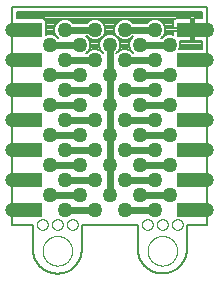
<source format=gtl>
G75*
%MOIN*%
%OFA0B0*%
%FSLAX25Y25*%
%IPPOS*%
%LPD*%
%AMOC8*
5,1,8,0,0,1.08239X$1,22.5*
%
%ADD10C,0.00500*%
%ADD11C,0.00000*%
%ADD12C,0.02400*%
%ADD13R,0.10000X0.05000*%
%ADD14C,0.00800*%
%ADD15C,0.05000*%
%ADD16C,0.04724*%
D10*
X0011925Y0010080D02*
X0011925Y0017580D01*
X0005050Y0017580D01*
X0005050Y0090041D01*
X0005050Y0090080D02*
X0070001Y0090080D01*
X0070050Y0090080D02*
X0070050Y0073830D01*
X0070001Y0017580D01*
X0063175Y0017580D01*
X0063175Y0008830D01*
X0063157Y0008632D01*
X0063135Y0008435D01*
X0063108Y0008239D01*
X0063076Y0008043D01*
X0063039Y0007848D01*
X0062997Y0007654D01*
X0062951Y0007461D01*
X0062900Y0007269D01*
X0062845Y0007078D01*
X0062785Y0006889D01*
X0062720Y0006702D01*
X0062650Y0006516D01*
X0062577Y0006331D01*
X0062498Y0006149D01*
X0062416Y0005969D01*
X0062329Y0005790D01*
X0062237Y0005614D01*
X0062141Y0005440D01*
X0062042Y0005269D01*
X0061938Y0005100D01*
X0061830Y0004933D01*
X0061717Y0004770D01*
X0061601Y0004609D01*
X0061481Y0004451D01*
X0061358Y0004296D01*
X0061230Y0004143D01*
X0061099Y0003995D01*
X0060964Y0003849D01*
X0060826Y0003706D01*
X0060684Y0003568D01*
X0060539Y0003432D01*
X0060391Y0003300D01*
X0060239Y0003172D01*
X0060085Y0003047D01*
X0059927Y0002927D01*
X0059767Y0002810D01*
X0059604Y0002697D01*
X0059438Y0002588D01*
X0059269Y0002483D01*
X0059098Y0002383D01*
X0058925Y0002286D01*
X0058749Y0002194D01*
X0058571Y0002106D01*
X0058391Y0002022D01*
X0058209Y0001943D01*
X0058025Y0001869D01*
X0057840Y0001798D01*
X0057653Y0001733D01*
X0057464Y0001672D01*
X0057273Y0001615D01*
X0057082Y0001563D01*
X0056889Y0001516D01*
X0056695Y0001474D01*
X0056500Y0001436D01*
X0056305Y0001403D01*
X0056108Y0001375D01*
X0055911Y0001352D01*
X0055714Y0001333D01*
X0055516Y0001319D01*
X0055317Y0001310D01*
X0055119Y0001306D01*
X0054921Y0001307D01*
X0054722Y0001313D01*
X0054524Y0001323D01*
X0054326Y0001338D01*
X0054129Y0001358D01*
X0053932Y0001383D01*
X0053736Y0001413D01*
X0053540Y0001447D01*
X0053346Y0001486D01*
X0053152Y0001530D01*
X0052960Y0001579D01*
X0052768Y0001632D01*
X0052579Y0001690D01*
X0052390Y0001752D01*
X0052203Y0001819D01*
X0052018Y0001891D01*
X0051835Y0001967D01*
X0051654Y0002047D01*
X0051474Y0002132D01*
X0051297Y0002222D01*
X0051122Y0002315D01*
X0050949Y0002413D01*
X0050779Y0002515D01*
X0050611Y0002621D01*
X0050446Y0002731D01*
X0050284Y0002845D01*
X0050124Y0002963D01*
X0049968Y0003085D01*
X0049814Y0003211D01*
X0049664Y0003340D01*
X0049516Y0003473D01*
X0049372Y0003610D01*
X0049232Y0003750D01*
X0049094Y0003893D01*
X0048961Y0004040D01*
X0048831Y0004189D01*
X0048704Y0004342D01*
X0048582Y0004499D01*
X0048463Y0004657D01*
X0048348Y0004819D01*
X0048237Y0004984D01*
X0048130Y0005151D01*
X0048028Y0005321D01*
X0047929Y0005493D01*
X0047835Y0005668D01*
X0047744Y0005845D01*
X0047659Y0006024D01*
X0047577Y0006205D01*
X0047500Y0006387D01*
X0047428Y0006572D01*
X0047360Y0006759D01*
X0047297Y0006947D01*
X0047238Y0007136D01*
X0047184Y0007327D01*
X0047134Y0007519D01*
X0047089Y0007713D01*
X0047049Y0007907D01*
X0047014Y0008102D01*
X0046983Y0008298D01*
X0046958Y0008495D01*
X0046937Y0008693D01*
X0046921Y0008890D01*
X0046909Y0009088D01*
X0046903Y0009287D01*
X0046901Y0009485D01*
X0046904Y0009684D01*
X0046912Y0009882D01*
X0046925Y0010080D01*
X0046925Y0017580D01*
X0028175Y0017580D01*
X0028175Y0010080D01*
X0028189Y0009881D01*
X0028198Y0009681D01*
X0028203Y0009482D01*
X0028202Y0009282D01*
X0028197Y0009082D01*
X0028186Y0008883D01*
X0028171Y0008683D01*
X0028151Y0008485D01*
X0028126Y0008286D01*
X0028096Y0008089D01*
X0028062Y0007892D01*
X0028022Y0007696D01*
X0027978Y0007502D01*
X0027929Y0007308D01*
X0027875Y0007115D01*
X0027817Y0006924D01*
X0027754Y0006735D01*
X0027686Y0006547D01*
X0027614Y0006361D01*
X0027537Y0006176D01*
X0027456Y0005994D01*
X0027370Y0005813D01*
X0027280Y0005635D01*
X0027186Y0005459D01*
X0027087Y0005285D01*
X0026984Y0005114D01*
X0026877Y0004946D01*
X0026765Y0004780D01*
X0026650Y0004617D01*
X0026531Y0004456D01*
X0026408Y0004299D01*
X0026281Y0004145D01*
X0026150Y0003994D01*
X0026016Y0003846D01*
X0025878Y0003701D01*
X0025736Y0003560D01*
X0025591Y0003423D01*
X0025443Y0003289D01*
X0025292Y0003158D01*
X0025137Y0003032D01*
X0024980Y0002909D01*
X0024819Y0002790D01*
X0024656Y0002676D01*
X0024489Y0002565D01*
X0024321Y0002458D01*
X0024149Y0002355D01*
X0023975Y0002257D01*
X0023799Y0002163D01*
X0023620Y0002073D01*
X0023440Y0001988D01*
X0023257Y0001907D01*
X0023073Y0001831D01*
X0022886Y0001759D01*
X0022698Y0001692D01*
X0022508Y0001629D01*
X0022317Y0001572D01*
X0022125Y0001518D01*
X0021931Y0001470D01*
X0021736Y0001426D01*
X0021540Y0001387D01*
X0021343Y0001353D01*
X0021145Y0001324D01*
X0020947Y0001300D01*
X0020748Y0001280D01*
X0020549Y0001265D01*
X0020350Y0001256D01*
X0020150Y0001251D01*
X0019950Y0001251D01*
X0019750Y0001256D01*
X0019551Y0001265D01*
X0019352Y0001280D01*
X0019153Y0001300D01*
X0018955Y0001324D01*
X0018757Y0001353D01*
X0018560Y0001387D01*
X0018364Y0001426D01*
X0018169Y0001470D01*
X0017975Y0001518D01*
X0017783Y0001572D01*
X0017592Y0001629D01*
X0017402Y0001692D01*
X0017214Y0001759D01*
X0017027Y0001831D01*
X0016843Y0001907D01*
X0016660Y0001988D01*
X0016480Y0002073D01*
X0016301Y0002163D01*
X0016125Y0002257D01*
X0015951Y0002355D01*
X0015779Y0002458D01*
X0015611Y0002565D01*
X0015444Y0002676D01*
X0015281Y0002790D01*
X0015120Y0002909D01*
X0014963Y0003032D01*
X0014808Y0003158D01*
X0014657Y0003289D01*
X0014509Y0003423D01*
X0014364Y0003560D01*
X0014222Y0003701D01*
X0014084Y0003846D01*
X0013950Y0003994D01*
X0013819Y0004145D01*
X0013692Y0004299D01*
X0013569Y0004456D01*
X0013450Y0004617D01*
X0013335Y0004780D01*
X0013223Y0004946D01*
X0013116Y0005114D01*
X0013013Y0005285D01*
X0012914Y0005459D01*
X0012820Y0005635D01*
X0012730Y0005813D01*
X0012644Y0005994D01*
X0012563Y0006176D01*
X0012486Y0006361D01*
X0012414Y0006547D01*
X0012346Y0006735D01*
X0012283Y0006924D01*
X0012225Y0007115D01*
X0012171Y0007308D01*
X0012122Y0007502D01*
X0012078Y0007696D01*
X0012038Y0007892D01*
X0012004Y0008089D01*
X0011974Y0008286D01*
X0011949Y0008485D01*
X0011929Y0008683D01*
X0011914Y0008883D01*
X0011903Y0009082D01*
X0011898Y0009282D01*
X0011897Y0009482D01*
X0011902Y0009681D01*
X0011911Y0009881D01*
X0011925Y0010080D01*
D11*
X0013278Y0017580D02*
X0013280Y0017664D01*
X0013286Y0017747D01*
X0013296Y0017830D01*
X0013310Y0017913D01*
X0013327Y0017995D01*
X0013349Y0018076D01*
X0013374Y0018155D01*
X0013403Y0018234D01*
X0013436Y0018311D01*
X0013472Y0018386D01*
X0013512Y0018460D01*
X0013555Y0018532D01*
X0013602Y0018601D01*
X0013652Y0018668D01*
X0013705Y0018733D01*
X0013761Y0018795D01*
X0013819Y0018855D01*
X0013881Y0018912D01*
X0013945Y0018965D01*
X0014012Y0019016D01*
X0014081Y0019063D01*
X0014152Y0019108D01*
X0014225Y0019148D01*
X0014300Y0019185D01*
X0014377Y0019219D01*
X0014455Y0019249D01*
X0014534Y0019275D01*
X0014615Y0019298D01*
X0014697Y0019316D01*
X0014779Y0019331D01*
X0014862Y0019342D01*
X0014945Y0019349D01*
X0015029Y0019352D01*
X0015113Y0019351D01*
X0015196Y0019346D01*
X0015280Y0019337D01*
X0015362Y0019324D01*
X0015444Y0019308D01*
X0015525Y0019287D01*
X0015606Y0019263D01*
X0015684Y0019235D01*
X0015762Y0019203D01*
X0015838Y0019167D01*
X0015912Y0019128D01*
X0015984Y0019086D01*
X0016054Y0019040D01*
X0016122Y0018991D01*
X0016187Y0018939D01*
X0016250Y0018884D01*
X0016310Y0018826D01*
X0016368Y0018765D01*
X0016422Y0018701D01*
X0016474Y0018635D01*
X0016522Y0018567D01*
X0016567Y0018496D01*
X0016608Y0018423D01*
X0016647Y0018349D01*
X0016681Y0018273D01*
X0016712Y0018195D01*
X0016739Y0018116D01*
X0016763Y0018035D01*
X0016782Y0017954D01*
X0016798Y0017872D01*
X0016810Y0017789D01*
X0016818Y0017705D01*
X0016822Y0017622D01*
X0016822Y0017538D01*
X0016818Y0017455D01*
X0016810Y0017371D01*
X0016798Y0017288D01*
X0016782Y0017206D01*
X0016763Y0017125D01*
X0016739Y0017044D01*
X0016712Y0016965D01*
X0016681Y0016887D01*
X0016647Y0016811D01*
X0016608Y0016737D01*
X0016567Y0016664D01*
X0016522Y0016593D01*
X0016474Y0016525D01*
X0016422Y0016459D01*
X0016368Y0016395D01*
X0016310Y0016334D01*
X0016250Y0016276D01*
X0016187Y0016221D01*
X0016122Y0016169D01*
X0016054Y0016120D01*
X0015984Y0016074D01*
X0015912Y0016032D01*
X0015838Y0015993D01*
X0015762Y0015957D01*
X0015684Y0015925D01*
X0015606Y0015897D01*
X0015525Y0015873D01*
X0015444Y0015852D01*
X0015362Y0015836D01*
X0015280Y0015823D01*
X0015196Y0015814D01*
X0015113Y0015809D01*
X0015029Y0015808D01*
X0014945Y0015811D01*
X0014862Y0015818D01*
X0014779Y0015829D01*
X0014697Y0015844D01*
X0014615Y0015862D01*
X0014534Y0015885D01*
X0014455Y0015911D01*
X0014377Y0015941D01*
X0014300Y0015975D01*
X0014225Y0016012D01*
X0014152Y0016052D01*
X0014081Y0016097D01*
X0014012Y0016144D01*
X0013945Y0016195D01*
X0013881Y0016248D01*
X0013819Y0016305D01*
X0013761Y0016365D01*
X0013705Y0016427D01*
X0013652Y0016492D01*
X0013602Y0016559D01*
X0013555Y0016628D01*
X0013512Y0016700D01*
X0013472Y0016774D01*
X0013436Y0016849D01*
X0013403Y0016926D01*
X0013374Y0017005D01*
X0013349Y0017084D01*
X0013327Y0017165D01*
X0013310Y0017247D01*
X0013296Y0017330D01*
X0013286Y0017413D01*
X0013280Y0017496D01*
X0013278Y0017580D01*
X0018278Y0017580D02*
X0018280Y0017664D01*
X0018286Y0017747D01*
X0018296Y0017830D01*
X0018310Y0017913D01*
X0018327Y0017995D01*
X0018349Y0018076D01*
X0018374Y0018155D01*
X0018403Y0018234D01*
X0018436Y0018311D01*
X0018472Y0018386D01*
X0018512Y0018460D01*
X0018555Y0018532D01*
X0018602Y0018601D01*
X0018652Y0018668D01*
X0018705Y0018733D01*
X0018761Y0018795D01*
X0018819Y0018855D01*
X0018881Y0018912D01*
X0018945Y0018965D01*
X0019012Y0019016D01*
X0019081Y0019063D01*
X0019152Y0019108D01*
X0019225Y0019148D01*
X0019300Y0019185D01*
X0019377Y0019219D01*
X0019455Y0019249D01*
X0019534Y0019275D01*
X0019615Y0019298D01*
X0019697Y0019316D01*
X0019779Y0019331D01*
X0019862Y0019342D01*
X0019945Y0019349D01*
X0020029Y0019352D01*
X0020113Y0019351D01*
X0020196Y0019346D01*
X0020280Y0019337D01*
X0020362Y0019324D01*
X0020444Y0019308D01*
X0020525Y0019287D01*
X0020606Y0019263D01*
X0020684Y0019235D01*
X0020762Y0019203D01*
X0020838Y0019167D01*
X0020912Y0019128D01*
X0020984Y0019086D01*
X0021054Y0019040D01*
X0021122Y0018991D01*
X0021187Y0018939D01*
X0021250Y0018884D01*
X0021310Y0018826D01*
X0021368Y0018765D01*
X0021422Y0018701D01*
X0021474Y0018635D01*
X0021522Y0018567D01*
X0021567Y0018496D01*
X0021608Y0018423D01*
X0021647Y0018349D01*
X0021681Y0018273D01*
X0021712Y0018195D01*
X0021739Y0018116D01*
X0021763Y0018035D01*
X0021782Y0017954D01*
X0021798Y0017872D01*
X0021810Y0017789D01*
X0021818Y0017705D01*
X0021822Y0017622D01*
X0021822Y0017538D01*
X0021818Y0017455D01*
X0021810Y0017371D01*
X0021798Y0017288D01*
X0021782Y0017206D01*
X0021763Y0017125D01*
X0021739Y0017044D01*
X0021712Y0016965D01*
X0021681Y0016887D01*
X0021647Y0016811D01*
X0021608Y0016737D01*
X0021567Y0016664D01*
X0021522Y0016593D01*
X0021474Y0016525D01*
X0021422Y0016459D01*
X0021368Y0016395D01*
X0021310Y0016334D01*
X0021250Y0016276D01*
X0021187Y0016221D01*
X0021122Y0016169D01*
X0021054Y0016120D01*
X0020984Y0016074D01*
X0020912Y0016032D01*
X0020838Y0015993D01*
X0020762Y0015957D01*
X0020684Y0015925D01*
X0020606Y0015897D01*
X0020525Y0015873D01*
X0020444Y0015852D01*
X0020362Y0015836D01*
X0020280Y0015823D01*
X0020196Y0015814D01*
X0020113Y0015809D01*
X0020029Y0015808D01*
X0019945Y0015811D01*
X0019862Y0015818D01*
X0019779Y0015829D01*
X0019697Y0015844D01*
X0019615Y0015862D01*
X0019534Y0015885D01*
X0019455Y0015911D01*
X0019377Y0015941D01*
X0019300Y0015975D01*
X0019225Y0016012D01*
X0019152Y0016052D01*
X0019081Y0016097D01*
X0019012Y0016144D01*
X0018945Y0016195D01*
X0018881Y0016248D01*
X0018819Y0016305D01*
X0018761Y0016365D01*
X0018705Y0016427D01*
X0018652Y0016492D01*
X0018602Y0016559D01*
X0018555Y0016628D01*
X0018512Y0016700D01*
X0018472Y0016774D01*
X0018436Y0016849D01*
X0018403Y0016926D01*
X0018374Y0017005D01*
X0018349Y0017084D01*
X0018327Y0017165D01*
X0018310Y0017247D01*
X0018296Y0017330D01*
X0018286Y0017413D01*
X0018280Y0017496D01*
X0018278Y0017580D01*
X0023278Y0017580D02*
X0023280Y0017664D01*
X0023286Y0017747D01*
X0023296Y0017830D01*
X0023310Y0017913D01*
X0023327Y0017995D01*
X0023349Y0018076D01*
X0023374Y0018155D01*
X0023403Y0018234D01*
X0023436Y0018311D01*
X0023472Y0018386D01*
X0023512Y0018460D01*
X0023555Y0018532D01*
X0023602Y0018601D01*
X0023652Y0018668D01*
X0023705Y0018733D01*
X0023761Y0018795D01*
X0023819Y0018855D01*
X0023881Y0018912D01*
X0023945Y0018965D01*
X0024012Y0019016D01*
X0024081Y0019063D01*
X0024152Y0019108D01*
X0024225Y0019148D01*
X0024300Y0019185D01*
X0024377Y0019219D01*
X0024455Y0019249D01*
X0024534Y0019275D01*
X0024615Y0019298D01*
X0024697Y0019316D01*
X0024779Y0019331D01*
X0024862Y0019342D01*
X0024945Y0019349D01*
X0025029Y0019352D01*
X0025113Y0019351D01*
X0025196Y0019346D01*
X0025280Y0019337D01*
X0025362Y0019324D01*
X0025444Y0019308D01*
X0025525Y0019287D01*
X0025606Y0019263D01*
X0025684Y0019235D01*
X0025762Y0019203D01*
X0025838Y0019167D01*
X0025912Y0019128D01*
X0025984Y0019086D01*
X0026054Y0019040D01*
X0026122Y0018991D01*
X0026187Y0018939D01*
X0026250Y0018884D01*
X0026310Y0018826D01*
X0026368Y0018765D01*
X0026422Y0018701D01*
X0026474Y0018635D01*
X0026522Y0018567D01*
X0026567Y0018496D01*
X0026608Y0018423D01*
X0026647Y0018349D01*
X0026681Y0018273D01*
X0026712Y0018195D01*
X0026739Y0018116D01*
X0026763Y0018035D01*
X0026782Y0017954D01*
X0026798Y0017872D01*
X0026810Y0017789D01*
X0026818Y0017705D01*
X0026822Y0017622D01*
X0026822Y0017538D01*
X0026818Y0017455D01*
X0026810Y0017371D01*
X0026798Y0017288D01*
X0026782Y0017206D01*
X0026763Y0017125D01*
X0026739Y0017044D01*
X0026712Y0016965D01*
X0026681Y0016887D01*
X0026647Y0016811D01*
X0026608Y0016737D01*
X0026567Y0016664D01*
X0026522Y0016593D01*
X0026474Y0016525D01*
X0026422Y0016459D01*
X0026368Y0016395D01*
X0026310Y0016334D01*
X0026250Y0016276D01*
X0026187Y0016221D01*
X0026122Y0016169D01*
X0026054Y0016120D01*
X0025984Y0016074D01*
X0025912Y0016032D01*
X0025838Y0015993D01*
X0025762Y0015957D01*
X0025684Y0015925D01*
X0025606Y0015897D01*
X0025525Y0015873D01*
X0025444Y0015852D01*
X0025362Y0015836D01*
X0025280Y0015823D01*
X0025196Y0015814D01*
X0025113Y0015809D01*
X0025029Y0015808D01*
X0024945Y0015811D01*
X0024862Y0015818D01*
X0024779Y0015829D01*
X0024697Y0015844D01*
X0024615Y0015862D01*
X0024534Y0015885D01*
X0024455Y0015911D01*
X0024377Y0015941D01*
X0024300Y0015975D01*
X0024225Y0016012D01*
X0024152Y0016052D01*
X0024081Y0016097D01*
X0024012Y0016144D01*
X0023945Y0016195D01*
X0023881Y0016248D01*
X0023819Y0016305D01*
X0023761Y0016365D01*
X0023705Y0016427D01*
X0023652Y0016492D01*
X0023602Y0016559D01*
X0023555Y0016628D01*
X0023512Y0016700D01*
X0023472Y0016774D01*
X0023436Y0016849D01*
X0023403Y0016926D01*
X0023374Y0017005D01*
X0023349Y0017084D01*
X0023327Y0017165D01*
X0023310Y0017247D01*
X0023296Y0017330D01*
X0023286Y0017413D01*
X0023280Y0017496D01*
X0023278Y0017580D01*
X0015129Y0008830D02*
X0015131Y0008970D01*
X0015137Y0009110D01*
X0015147Y0009249D01*
X0015161Y0009388D01*
X0015179Y0009527D01*
X0015200Y0009665D01*
X0015226Y0009803D01*
X0015256Y0009940D01*
X0015289Y0010075D01*
X0015327Y0010210D01*
X0015368Y0010344D01*
X0015413Y0010477D01*
X0015461Y0010608D01*
X0015514Y0010737D01*
X0015570Y0010866D01*
X0015629Y0010992D01*
X0015693Y0011117D01*
X0015759Y0011240D01*
X0015830Y0011361D01*
X0015903Y0011480D01*
X0015980Y0011597D01*
X0016061Y0011711D01*
X0016144Y0011823D01*
X0016231Y0011933D01*
X0016321Y0012041D01*
X0016413Y0012145D01*
X0016509Y0012247D01*
X0016608Y0012347D01*
X0016709Y0012443D01*
X0016813Y0012537D01*
X0016920Y0012627D01*
X0017029Y0012714D01*
X0017141Y0012799D01*
X0017255Y0012880D01*
X0017371Y0012958D01*
X0017489Y0013032D01*
X0017610Y0013103D01*
X0017732Y0013171D01*
X0017857Y0013235D01*
X0017983Y0013296D01*
X0018110Y0013353D01*
X0018240Y0013406D01*
X0018371Y0013456D01*
X0018503Y0013501D01*
X0018636Y0013544D01*
X0018771Y0013582D01*
X0018906Y0013616D01*
X0019043Y0013647D01*
X0019180Y0013674D01*
X0019318Y0013696D01*
X0019457Y0013715D01*
X0019596Y0013730D01*
X0019735Y0013741D01*
X0019875Y0013748D01*
X0020015Y0013751D01*
X0020155Y0013750D01*
X0020295Y0013745D01*
X0020434Y0013736D01*
X0020574Y0013723D01*
X0020713Y0013706D01*
X0020851Y0013685D01*
X0020989Y0013661D01*
X0021126Y0013632D01*
X0021262Y0013600D01*
X0021397Y0013563D01*
X0021531Y0013523D01*
X0021664Y0013479D01*
X0021795Y0013431D01*
X0021925Y0013380D01*
X0022054Y0013325D01*
X0022181Y0013266D01*
X0022306Y0013203D01*
X0022429Y0013138D01*
X0022551Y0013068D01*
X0022670Y0012995D01*
X0022788Y0012919D01*
X0022903Y0012840D01*
X0023016Y0012757D01*
X0023126Y0012671D01*
X0023234Y0012582D01*
X0023339Y0012490D01*
X0023442Y0012395D01*
X0023542Y0012297D01*
X0023639Y0012197D01*
X0023733Y0012093D01*
X0023825Y0011987D01*
X0023913Y0011879D01*
X0023998Y0011768D01*
X0024080Y0011654D01*
X0024159Y0011538D01*
X0024234Y0011421D01*
X0024306Y0011301D01*
X0024374Y0011179D01*
X0024439Y0011055D01*
X0024501Y0010929D01*
X0024559Y0010802D01*
X0024613Y0010673D01*
X0024664Y0010542D01*
X0024710Y0010410D01*
X0024753Y0010277D01*
X0024793Y0010143D01*
X0024828Y0010008D01*
X0024860Y0009871D01*
X0024887Y0009734D01*
X0024911Y0009596D01*
X0024931Y0009458D01*
X0024947Y0009319D01*
X0024959Y0009179D01*
X0024967Y0009040D01*
X0024971Y0008900D01*
X0024971Y0008760D01*
X0024967Y0008620D01*
X0024959Y0008481D01*
X0024947Y0008341D01*
X0024931Y0008202D01*
X0024911Y0008064D01*
X0024887Y0007926D01*
X0024860Y0007789D01*
X0024828Y0007652D01*
X0024793Y0007517D01*
X0024753Y0007383D01*
X0024710Y0007250D01*
X0024664Y0007118D01*
X0024613Y0006987D01*
X0024559Y0006858D01*
X0024501Y0006731D01*
X0024439Y0006605D01*
X0024374Y0006481D01*
X0024306Y0006359D01*
X0024234Y0006239D01*
X0024159Y0006122D01*
X0024080Y0006006D01*
X0023998Y0005892D01*
X0023913Y0005781D01*
X0023825Y0005673D01*
X0023733Y0005567D01*
X0023639Y0005463D01*
X0023542Y0005363D01*
X0023442Y0005265D01*
X0023339Y0005170D01*
X0023234Y0005078D01*
X0023126Y0004989D01*
X0023016Y0004903D01*
X0022903Y0004820D01*
X0022788Y0004741D01*
X0022670Y0004665D01*
X0022551Y0004592D01*
X0022429Y0004522D01*
X0022306Y0004457D01*
X0022181Y0004394D01*
X0022054Y0004335D01*
X0021925Y0004280D01*
X0021795Y0004229D01*
X0021664Y0004181D01*
X0021531Y0004137D01*
X0021397Y0004097D01*
X0021262Y0004060D01*
X0021126Y0004028D01*
X0020989Y0003999D01*
X0020851Y0003975D01*
X0020713Y0003954D01*
X0020574Y0003937D01*
X0020434Y0003924D01*
X0020295Y0003915D01*
X0020155Y0003910D01*
X0020015Y0003909D01*
X0019875Y0003912D01*
X0019735Y0003919D01*
X0019596Y0003930D01*
X0019457Y0003945D01*
X0019318Y0003964D01*
X0019180Y0003986D01*
X0019043Y0004013D01*
X0018906Y0004044D01*
X0018771Y0004078D01*
X0018636Y0004116D01*
X0018503Y0004159D01*
X0018371Y0004204D01*
X0018240Y0004254D01*
X0018110Y0004307D01*
X0017983Y0004364D01*
X0017857Y0004425D01*
X0017732Y0004489D01*
X0017610Y0004557D01*
X0017489Y0004628D01*
X0017371Y0004702D01*
X0017255Y0004780D01*
X0017141Y0004861D01*
X0017029Y0004946D01*
X0016920Y0005033D01*
X0016813Y0005123D01*
X0016709Y0005217D01*
X0016608Y0005313D01*
X0016509Y0005413D01*
X0016413Y0005515D01*
X0016321Y0005619D01*
X0016231Y0005727D01*
X0016144Y0005837D01*
X0016061Y0005949D01*
X0015980Y0006063D01*
X0015903Y0006180D01*
X0015830Y0006299D01*
X0015759Y0006420D01*
X0015693Y0006543D01*
X0015629Y0006668D01*
X0015570Y0006794D01*
X0015514Y0006923D01*
X0015461Y0007052D01*
X0015413Y0007183D01*
X0015368Y0007316D01*
X0015327Y0007450D01*
X0015289Y0007585D01*
X0015256Y0007720D01*
X0015226Y0007857D01*
X0015200Y0007995D01*
X0015179Y0008133D01*
X0015161Y0008272D01*
X0015147Y0008411D01*
X0015137Y0008550D01*
X0015131Y0008690D01*
X0015129Y0008830D01*
X0048278Y0017580D02*
X0048280Y0017664D01*
X0048286Y0017747D01*
X0048296Y0017830D01*
X0048310Y0017913D01*
X0048327Y0017995D01*
X0048349Y0018076D01*
X0048374Y0018155D01*
X0048403Y0018234D01*
X0048436Y0018311D01*
X0048472Y0018386D01*
X0048512Y0018460D01*
X0048555Y0018532D01*
X0048602Y0018601D01*
X0048652Y0018668D01*
X0048705Y0018733D01*
X0048761Y0018795D01*
X0048819Y0018855D01*
X0048881Y0018912D01*
X0048945Y0018965D01*
X0049012Y0019016D01*
X0049081Y0019063D01*
X0049152Y0019108D01*
X0049225Y0019148D01*
X0049300Y0019185D01*
X0049377Y0019219D01*
X0049455Y0019249D01*
X0049534Y0019275D01*
X0049615Y0019298D01*
X0049697Y0019316D01*
X0049779Y0019331D01*
X0049862Y0019342D01*
X0049945Y0019349D01*
X0050029Y0019352D01*
X0050113Y0019351D01*
X0050196Y0019346D01*
X0050280Y0019337D01*
X0050362Y0019324D01*
X0050444Y0019308D01*
X0050525Y0019287D01*
X0050606Y0019263D01*
X0050684Y0019235D01*
X0050762Y0019203D01*
X0050838Y0019167D01*
X0050912Y0019128D01*
X0050984Y0019086D01*
X0051054Y0019040D01*
X0051122Y0018991D01*
X0051187Y0018939D01*
X0051250Y0018884D01*
X0051310Y0018826D01*
X0051368Y0018765D01*
X0051422Y0018701D01*
X0051474Y0018635D01*
X0051522Y0018567D01*
X0051567Y0018496D01*
X0051608Y0018423D01*
X0051647Y0018349D01*
X0051681Y0018273D01*
X0051712Y0018195D01*
X0051739Y0018116D01*
X0051763Y0018035D01*
X0051782Y0017954D01*
X0051798Y0017872D01*
X0051810Y0017789D01*
X0051818Y0017705D01*
X0051822Y0017622D01*
X0051822Y0017538D01*
X0051818Y0017455D01*
X0051810Y0017371D01*
X0051798Y0017288D01*
X0051782Y0017206D01*
X0051763Y0017125D01*
X0051739Y0017044D01*
X0051712Y0016965D01*
X0051681Y0016887D01*
X0051647Y0016811D01*
X0051608Y0016737D01*
X0051567Y0016664D01*
X0051522Y0016593D01*
X0051474Y0016525D01*
X0051422Y0016459D01*
X0051368Y0016395D01*
X0051310Y0016334D01*
X0051250Y0016276D01*
X0051187Y0016221D01*
X0051122Y0016169D01*
X0051054Y0016120D01*
X0050984Y0016074D01*
X0050912Y0016032D01*
X0050838Y0015993D01*
X0050762Y0015957D01*
X0050684Y0015925D01*
X0050606Y0015897D01*
X0050525Y0015873D01*
X0050444Y0015852D01*
X0050362Y0015836D01*
X0050280Y0015823D01*
X0050196Y0015814D01*
X0050113Y0015809D01*
X0050029Y0015808D01*
X0049945Y0015811D01*
X0049862Y0015818D01*
X0049779Y0015829D01*
X0049697Y0015844D01*
X0049615Y0015862D01*
X0049534Y0015885D01*
X0049455Y0015911D01*
X0049377Y0015941D01*
X0049300Y0015975D01*
X0049225Y0016012D01*
X0049152Y0016052D01*
X0049081Y0016097D01*
X0049012Y0016144D01*
X0048945Y0016195D01*
X0048881Y0016248D01*
X0048819Y0016305D01*
X0048761Y0016365D01*
X0048705Y0016427D01*
X0048652Y0016492D01*
X0048602Y0016559D01*
X0048555Y0016628D01*
X0048512Y0016700D01*
X0048472Y0016774D01*
X0048436Y0016849D01*
X0048403Y0016926D01*
X0048374Y0017005D01*
X0048349Y0017084D01*
X0048327Y0017165D01*
X0048310Y0017247D01*
X0048296Y0017330D01*
X0048286Y0017413D01*
X0048280Y0017496D01*
X0048278Y0017580D01*
X0053278Y0017580D02*
X0053280Y0017664D01*
X0053286Y0017747D01*
X0053296Y0017830D01*
X0053310Y0017913D01*
X0053327Y0017995D01*
X0053349Y0018076D01*
X0053374Y0018155D01*
X0053403Y0018234D01*
X0053436Y0018311D01*
X0053472Y0018386D01*
X0053512Y0018460D01*
X0053555Y0018532D01*
X0053602Y0018601D01*
X0053652Y0018668D01*
X0053705Y0018733D01*
X0053761Y0018795D01*
X0053819Y0018855D01*
X0053881Y0018912D01*
X0053945Y0018965D01*
X0054012Y0019016D01*
X0054081Y0019063D01*
X0054152Y0019108D01*
X0054225Y0019148D01*
X0054300Y0019185D01*
X0054377Y0019219D01*
X0054455Y0019249D01*
X0054534Y0019275D01*
X0054615Y0019298D01*
X0054697Y0019316D01*
X0054779Y0019331D01*
X0054862Y0019342D01*
X0054945Y0019349D01*
X0055029Y0019352D01*
X0055113Y0019351D01*
X0055196Y0019346D01*
X0055280Y0019337D01*
X0055362Y0019324D01*
X0055444Y0019308D01*
X0055525Y0019287D01*
X0055606Y0019263D01*
X0055684Y0019235D01*
X0055762Y0019203D01*
X0055838Y0019167D01*
X0055912Y0019128D01*
X0055984Y0019086D01*
X0056054Y0019040D01*
X0056122Y0018991D01*
X0056187Y0018939D01*
X0056250Y0018884D01*
X0056310Y0018826D01*
X0056368Y0018765D01*
X0056422Y0018701D01*
X0056474Y0018635D01*
X0056522Y0018567D01*
X0056567Y0018496D01*
X0056608Y0018423D01*
X0056647Y0018349D01*
X0056681Y0018273D01*
X0056712Y0018195D01*
X0056739Y0018116D01*
X0056763Y0018035D01*
X0056782Y0017954D01*
X0056798Y0017872D01*
X0056810Y0017789D01*
X0056818Y0017705D01*
X0056822Y0017622D01*
X0056822Y0017538D01*
X0056818Y0017455D01*
X0056810Y0017371D01*
X0056798Y0017288D01*
X0056782Y0017206D01*
X0056763Y0017125D01*
X0056739Y0017044D01*
X0056712Y0016965D01*
X0056681Y0016887D01*
X0056647Y0016811D01*
X0056608Y0016737D01*
X0056567Y0016664D01*
X0056522Y0016593D01*
X0056474Y0016525D01*
X0056422Y0016459D01*
X0056368Y0016395D01*
X0056310Y0016334D01*
X0056250Y0016276D01*
X0056187Y0016221D01*
X0056122Y0016169D01*
X0056054Y0016120D01*
X0055984Y0016074D01*
X0055912Y0016032D01*
X0055838Y0015993D01*
X0055762Y0015957D01*
X0055684Y0015925D01*
X0055606Y0015897D01*
X0055525Y0015873D01*
X0055444Y0015852D01*
X0055362Y0015836D01*
X0055280Y0015823D01*
X0055196Y0015814D01*
X0055113Y0015809D01*
X0055029Y0015808D01*
X0054945Y0015811D01*
X0054862Y0015818D01*
X0054779Y0015829D01*
X0054697Y0015844D01*
X0054615Y0015862D01*
X0054534Y0015885D01*
X0054455Y0015911D01*
X0054377Y0015941D01*
X0054300Y0015975D01*
X0054225Y0016012D01*
X0054152Y0016052D01*
X0054081Y0016097D01*
X0054012Y0016144D01*
X0053945Y0016195D01*
X0053881Y0016248D01*
X0053819Y0016305D01*
X0053761Y0016365D01*
X0053705Y0016427D01*
X0053652Y0016492D01*
X0053602Y0016559D01*
X0053555Y0016628D01*
X0053512Y0016700D01*
X0053472Y0016774D01*
X0053436Y0016849D01*
X0053403Y0016926D01*
X0053374Y0017005D01*
X0053349Y0017084D01*
X0053327Y0017165D01*
X0053310Y0017247D01*
X0053296Y0017330D01*
X0053286Y0017413D01*
X0053280Y0017496D01*
X0053278Y0017580D01*
X0058278Y0017580D02*
X0058280Y0017664D01*
X0058286Y0017747D01*
X0058296Y0017830D01*
X0058310Y0017913D01*
X0058327Y0017995D01*
X0058349Y0018076D01*
X0058374Y0018155D01*
X0058403Y0018234D01*
X0058436Y0018311D01*
X0058472Y0018386D01*
X0058512Y0018460D01*
X0058555Y0018532D01*
X0058602Y0018601D01*
X0058652Y0018668D01*
X0058705Y0018733D01*
X0058761Y0018795D01*
X0058819Y0018855D01*
X0058881Y0018912D01*
X0058945Y0018965D01*
X0059012Y0019016D01*
X0059081Y0019063D01*
X0059152Y0019108D01*
X0059225Y0019148D01*
X0059300Y0019185D01*
X0059377Y0019219D01*
X0059455Y0019249D01*
X0059534Y0019275D01*
X0059615Y0019298D01*
X0059697Y0019316D01*
X0059779Y0019331D01*
X0059862Y0019342D01*
X0059945Y0019349D01*
X0060029Y0019352D01*
X0060113Y0019351D01*
X0060196Y0019346D01*
X0060280Y0019337D01*
X0060362Y0019324D01*
X0060444Y0019308D01*
X0060525Y0019287D01*
X0060606Y0019263D01*
X0060684Y0019235D01*
X0060762Y0019203D01*
X0060838Y0019167D01*
X0060912Y0019128D01*
X0060984Y0019086D01*
X0061054Y0019040D01*
X0061122Y0018991D01*
X0061187Y0018939D01*
X0061250Y0018884D01*
X0061310Y0018826D01*
X0061368Y0018765D01*
X0061422Y0018701D01*
X0061474Y0018635D01*
X0061522Y0018567D01*
X0061567Y0018496D01*
X0061608Y0018423D01*
X0061647Y0018349D01*
X0061681Y0018273D01*
X0061712Y0018195D01*
X0061739Y0018116D01*
X0061763Y0018035D01*
X0061782Y0017954D01*
X0061798Y0017872D01*
X0061810Y0017789D01*
X0061818Y0017705D01*
X0061822Y0017622D01*
X0061822Y0017538D01*
X0061818Y0017455D01*
X0061810Y0017371D01*
X0061798Y0017288D01*
X0061782Y0017206D01*
X0061763Y0017125D01*
X0061739Y0017044D01*
X0061712Y0016965D01*
X0061681Y0016887D01*
X0061647Y0016811D01*
X0061608Y0016737D01*
X0061567Y0016664D01*
X0061522Y0016593D01*
X0061474Y0016525D01*
X0061422Y0016459D01*
X0061368Y0016395D01*
X0061310Y0016334D01*
X0061250Y0016276D01*
X0061187Y0016221D01*
X0061122Y0016169D01*
X0061054Y0016120D01*
X0060984Y0016074D01*
X0060912Y0016032D01*
X0060838Y0015993D01*
X0060762Y0015957D01*
X0060684Y0015925D01*
X0060606Y0015897D01*
X0060525Y0015873D01*
X0060444Y0015852D01*
X0060362Y0015836D01*
X0060280Y0015823D01*
X0060196Y0015814D01*
X0060113Y0015809D01*
X0060029Y0015808D01*
X0059945Y0015811D01*
X0059862Y0015818D01*
X0059779Y0015829D01*
X0059697Y0015844D01*
X0059615Y0015862D01*
X0059534Y0015885D01*
X0059455Y0015911D01*
X0059377Y0015941D01*
X0059300Y0015975D01*
X0059225Y0016012D01*
X0059152Y0016052D01*
X0059081Y0016097D01*
X0059012Y0016144D01*
X0058945Y0016195D01*
X0058881Y0016248D01*
X0058819Y0016305D01*
X0058761Y0016365D01*
X0058705Y0016427D01*
X0058652Y0016492D01*
X0058602Y0016559D01*
X0058555Y0016628D01*
X0058512Y0016700D01*
X0058472Y0016774D01*
X0058436Y0016849D01*
X0058403Y0016926D01*
X0058374Y0017005D01*
X0058349Y0017084D01*
X0058327Y0017165D01*
X0058310Y0017247D01*
X0058296Y0017330D01*
X0058286Y0017413D01*
X0058280Y0017496D01*
X0058278Y0017580D01*
X0050129Y0008830D02*
X0050131Y0008970D01*
X0050137Y0009110D01*
X0050147Y0009249D01*
X0050161Y0009388D01*
X0050179Y0009527D01*
X0050200Y0009665D01*
X0050226Y0009803D01*
X0050256Y0009940D01*
X0050289Y0010075D01*
X0050327Y0010210D01*
X0050368Y0010344D01*
X0050413Y0010477D01*
X0050461Y0010608D01*
X0050514Y0010737D01*
X0050570Y0010866D01*
X0050629Y0010992D01*
X0050693Y0011117D01*
X0050759Y0011240D01*
X0050830Y0011361D01*
X0050903Y0011480D01*
X0050980Y0011597D01*
X0051061Y0011711D01*
X0051144Y0011823D01*
X0051231Y0011933D01*
X0051321Y0012041D01*
X0051413Y0012145D01*
X0051509Y0012247D01*
X0051608Y0012347D01*
X0051709Y0012443D01*
X0051813Y0012537D01*
X0051920Y0012627D01*
X0052029Y0012714D01*
X0052141Y0012799D01*
X0052255Y0012880D01*
X0052371Y0012958D01*
X0052489Y0013032D01*
X0052610Y0013103D01*
X0052732Y0013171D01*
X0052857Y0013235D01*
X0052983Y0013296D01*
X0053110Y0013353D01*
X0053240Y0013406D01*
X0053371Y0013456D01*
X0053503Y0013501D01*
X0053636Y0013544D01*
X0053771Y0013582D01*
X0053906Y0013616D01*
X0054043Y0013647D01*
X0054180Y0013674D01*
X0054318Y0013696D01*
X0054457Y0013715D01*
X0054596Y0013730D01*
X0054735Y0013741D01*
X0054875Y0013748D01*
X0055015Y0013751D01*
X0055155Y0013750D01*
X0055295Y0013745D01*
X0055434Y0013736D01*
X0055574Y0013723D01*
X0055713Y0013706D01*
X0055851Y0013685D01*
X0055989Y0013661D01*
X0056126Y0013632D01*
X0056262Y0013600D01*
X0056397Y0013563D01*
X0056531Y0013523D01*
X0056664Y0013479D01*
X0056795Y0013431D01*
X0056925Y0013380D01*
X0057054Y0013325D01*
X0057181Y0013266D01*
X0057306Y0013203D01*
X0057429Y0013138D01*
X0057551Y0013068D01*
X0057670Y0012995D01*
X0057788Y0012919D01*
X0057903Y0012840D01*
X0058016Y0012757D01*
X0058126Y0012671D01*
X0058234Y0012582D01*
X0058339Y0012490D01*
X0058442Y0012395D01*
X0058542Y0012297D01*
X0058639Y0012197D01*
X0058733Y0012093D01*
X0058825Y0011987D01*
X0058913Y0011879D01*
X0058998Y0011768D01*
X0059080Y0011654D01*
X0059159Y0011538D01*
X0059234Y0011421D01*
X0059306Y0011301D01*
X0059374Y0011179D01*
X0059439Y0011055D01*
X0059501Y0010929D01*
X0059559Y0010802D01*
X0059613Y0010673D01*
X0059664Y0010542D01*
X0059710Y0010410D01*
X0059753Y0010277D01*
X0059793Y0010143D01*
X0059828Y0010008D01*
X0059860Y0009871D01*
X0059887Y0009734D01*
X0059911Y0009596D01*
X0059931Y0009458D01*
X0059947Y0009319D01*
X0059959Y0009179D01*
X0059967Y0009040D01*
X0059971Y0008900D01*
X0059971Y0008760D01*
X0059967Y0008620D01*
X0059959Y0008481D01*
X0059947Y0008341D01*
X0059931Y0008202D01*
X0059911Y0008064D01*
X0059887Y0007926D01*
X0059860Y0007789D01*
X0059828Y0007652D01*
X0059793Y0007517D01*
X0059753Y0007383D01*
X0059710Y0007250D01*
X0059664Y0007118D01*
X0059613Y0006987D01*
X0059559Y0006858D01*
X0059501Y0006731D01*
X0059439Y0006605D01*
X0059374Y0006481D01*
X0059306Y0006359D01*
X0059234Y0006239D01*
X0059159Y0006122D01*
X0059080Y0006006D01*
X0058998Y0005892D01*
X0058913Y0005781D01*
X0058825Y0005673D01*
X0058733Y0005567D01*
X0058639Y0005463D01*
X0058542Y0005363D01*
X0058442Y0005265D01*
X0058339Y0005170D01*
X0058234Y0005078D01*
X0058126Y0004989D01*
X0058016Y0004903D01*
X0057903Y0004820D01*
X0057788Y0004741D01*
X0057670Y0004665D01*
X0057551Y0004592D01*
X0057429Y0004522D01*
X0057306Y0004457D01*
X0057181Y0004394D01*
X0057054Y0004335D01*
X0056925Y0004280D01*
X0056795Y0004229D01*
X0056664Y0004181D01*
X0056531Y0004137D01*
X0056397Y0004097D01*
X0056262Y0004060D01*
X0056126Y0004028D01*
X0055989Y0003999D01*
X0055851Y0003975D01*
X0055713Y0003954D01*
X0055574Y0003937D01*
X0055434Y0003924D01*
X0055295Y0003915D01*
X0055155Y0003910D01*
X0055015Y0003909D01*
X0054875Y0003912D01*
X0054735Y0003919D01*
X0054596Y0003930D01*
X0054457Y0003945D01*
X0054318Y0003964D01*
X0054180Y0003986D01*
X0054043Y0004013D01*
X0053906Y0004044D01*
X0053771Y0004078D01*
X0053636Y0004116D01*
X0053503Y0004159D01*
X0053371Y0004204D01*
X0053240Y0004254D01*
X0053110Y0004307D01*
X0052983Y0004364D01*
X0052857Y0004425D01*
X0052732Y0004489D01*
X0052610Y0004557D01*
X0052489Y0004628D01*
X0052371Y0004702D01*
X0052255Y0004780D01*
X0052141Y0004861D01*
X0052029Y0004946D01*
X0051920Y0005033D01*
X0051813Y0005123D01*
X0051709Y0005217D01*
X0051608Y0005313D01*
X0051509Y0005413D01*
X0051413Y0005515D01*
X0051321Y0005619D01*
X0051231Y0005727D01*
X0051144Y0005837D01*
X0051061Y0005949D01*
X0050980Y0006063D01*
X0050903Y0006180D01*
X0050830Y0006299D01*
X0050759Y0006420D01*
X0050693Y0006543D01*
X0050629Y0006668D01*
X0050570Y0006794D01*
X0050514Y0006923D01*
X0050461Y0007052D01*
X0050413Y0007183D01*
X0050368Y0007316D01*
X0050327Y0007450D01*
X0050289Y0007585D01*
X0050256Y0007720D01*
X0050226Y0007857D01*
X0050200Y0007995D01*
X0050179Y0008133D01*
X0050161Y0008272D01*
X0050147Y0008411D01*
X0050137Y0008550D01*
X0050131Y0008690D01*
X0050129Y0008830D01*
D12*
X0052550Y0022580D02*
X0042550Y0022580D01*
X0037550Y0027580D02*
X0037550Y0077580D01*
X0042550Y0072580D02*
X0052550Y0072580D01*
X0047550Y0067580D02*
X0057550Y0067580D01*
X0052550Y0062580D02*
X0042550Y0062580D01*
X0047550Y0057580D02*
X0057550Y0057580D01*
X0052550Y0052580D02*
X0042550Y0052580D01*
X0047550Y0047580D02*
X0057550Y0047580D01*
X0052550Y0042580D02*
X0042550Y0042580D01*
X0047550Y0037580D02*
X0057550Y0037580D01*
X0052550Y0032580D02*
X0042550Y0032580D01*
X0047550Y0027580D02*
X0057550Y0027580D01*
X0032550Y0022580D02*
X0022550Y0022580D01*
X0027550Y0027580D02*
X0017550Y0027580D01*
X0022550Y0032580D02*
X0032550Y0032580D01*
X0027550Y0037580D02*
X0017550Y0037580D01*
X0022550Y0042580D02*
X0032550Y0042580D01*
X0027550Y0047580D02*
X0017550Y0047580D01*
X0022550Y0052580D02*
X0032550Y0052580D01*
X0027550Y0057580D02*
X0017550Y0057580D01*
X0022550Y0062580D02*
X0032550Y0062580D01*
X0027550Y0067580D02*
X0017550Y0067580D01*
X0022550Y0072580D02*
X0032550Y0072580D01*
X0027550Y0077580D02*
X0017550Y0077580D01*
X0022550Y0082580D02*
X0032550Y0082580D01*
X0042550Y0082580D02*
X0052550Y0082580D01*
X0047550Y0077580D02*
X0057550Y0077580D01*
D13*
X0065050Y0072580D03*
X0065050Y0062580D03*
X0065050Y0052580D03*
X0065050Y0042580D03*
X0065050Y0032580D03*
X0065050Y0022580D03*
X0065050Y0082580D03*
X0010050Y0082580D03*
X0010050Y0072580D03*
X0010050Y0062580D03*
X0010050Y0052580D03*
X0010050Y0042580D03*
X0010050Y0032580D03*
X0010050Y0022580D03*
D14*
X0010050Y0032580D02*
X0012550Y0032580D01*
X0013800Y0032580D01*
X0013800Y0042580D02*
X0012550Y0042580D01*
X0010050Y0042580D01*
X0010050Y0072580D02*
X0011925Y0072580D01*
X0016250Y0080830D02*
X0016250Y0085577D01*
X0015547Y0086280D01*
X0006700Y0086280D01*
X0006700Y0088430D01*
X0068400Y0088430D01*
X0068400Y0086480D01*
X0065450Y0086480D01*
X0065450Y0082980D01*
X0068400Y0082980D01*
X0068400Y0082180D01*
X0065450Y0082180D01*
X0065450Y0078680D01*
X0068400Y0078680D01*
X0068400Y0076080D01*
X0060717Y0076080D01*
X0061050Y0076884D01*
X0061050Y0078276D01*
X0060883Y0078680D01*
X0064650Y0078680D01*
X0064650Y0082180D01*
X0065450Y0082180D01*
X0065450Y0082980D01*
X0064650Y0082980D01*
X0064650Y0082180D01*
X0058650Y0082180D01*
X0058650Y0080913D01*
X0058246Y0081080D01*
X0056854Y0081080D01*
X0055567Y0080547D01*
X0054800Y0079780D01*
X0054700Y0079780D01*
X0055517Y0080598D01*
X0056050Y0081884D01*
X0056050Y0083276D01*
X0055517Y0084563D01*
X0054533Y0085547D01*
X0053246Y0086080D01*
X0051854Y0086080D01*
X0050567Y0085547D01*
X0049800Y0084780D01*
X0045300Y0084780D01*
X0044533Y0085547D01*
X0043246Y0086080D01*
X0041854Y0086080D01*
X0040567Y0085547D01*
X0039583Y0084563D01*
X0039050Y0083276D01*
X0039050Y0081884D01*
X0039583Y0080598D01*
X0040567Y0079613D01*
X0041854Y0079080D01*
X0043246Y0079080D01*
X0044533Y0079613D01*
X0045300Y0080380D01*
X0045400Y0080380D01*
X0044583Y0079563D01*
X0044050Y0078276D01*
X0044050Y0076884D01*
X0044583Y0075598D01*
X0045400Y0074780D01*
X0045300Y0074780D01*
X0044533Y0075547D01*
X0043246Y0076080D01*
X0041854Y0076080D01*
X0040567Y0075547D01*
X0039750Y0074730D01*
X0039750Y0074830D01*
X0040517Y0075598D01*
X0041050Y0076884D01*
X0041050Y0078276D01*
X0040517Y0079563D01*
X0039533Y0080547D01*
X0038246Y0081080D01*
X0036854Y0081080D01*
X0035567Y0080547D01*
X0034583Y0079563D01*
X0034050Y0078276D01*
X0034050Y0076884D01*
X0034583Y0075598D01*
X0035350Y0074830D01*
X0035350Y0074730D01*
X0034533Y0075547D01*
X0033246Y0076080D01*
X0031854Y0076080D01*
X0030567Y0075547D01*
X0029800Y0074780D01*
X0029700Y0074780D01*
X0030517Y0075598D01*
X0031050Y0076884D01*
X0031050Y0078276D01*
X0030517Y0079563D01*
X0029700Y0080380D01*
X0029800Y0080380D01*
X0030567Y0079613D01*
X0031854Y0079080D01*
X0033246Y0079080D01*
X0034533Y0079613D01*
X0035517Y0080598D01*
X0036050Y0081884D01*
X0036050Y0083276D01*
X0035517Y0084563D01*
X0034533Y0085547D01*
X0033246Y0086080D01*
X0031854Y0086080D01*
X0030567Y0085547D01*
X0029800Y0084780D01*
X0025300Y0084780D01*
X0024533Y0085547D01*
X0023246Y0086080D01*
X0021854Y0086080D01*
X0020567Y0085547D01*
X0019583Y0084563D01*
X0019050Y0083276D01*
X0019050Y0081884D01*
X0019583Y0080598D01*
X0020400Y0079780D01*
X0020300Y0079780D01*
X0019533Y0080547D01*
X0018246Y0081080D01*
X0016854Y0081080D01*
X0016250Y0080830D01*
X0016250Y0081461D02*
X0019225Y0081461D01*
X0019254Y0080663D02*
X0019556Y0080663D01*
X0020216Y0079864D02*
X0020316Y0079864D01*
X0019050Y0082260D02*
X0016250Y0082260D01*
X0016250Y0083058D02*
X0019050Y0083058D01*
X0019290Y0083857D02*
X0016250Y0083857D01*
X0016250Y0084655D02*
X0019675Y0084655D01*
X0020474Y0085454D02*
X0016250Y0085454D01*
X0015575Y0086252D02*
X0059280Y0086252D01*
X0059190Y0086201D02*
X0058930Y0085940D01*
X0058745Y0085621D01*
X0058650Y0085265D01*
X0058650Y0082980D01*
X0064650Y0082980D01*
X0064650Y0086480D01*
X0059866Y0086480D01*
X0059510Y0086385D01*
X0059190Y0086201D01*
X0058701Y0085454D02*
X0054626Y0085454D01*
X0055425Y0084655D02*
X0058650Y0084655D01*
X0058650Y0083857D02*
X0055810Y0083857D01*
X0056050Y0083058D02*
X0058650Y0083058D01*
X0058650Y0081461D02*
X0055875Y0081461D01*
X0055846Y0080663D02*
X0055544Y0080663D01*
X0054884Y0079864D02*
X0054784Y0079864D01*
X0056050Y0082260D02*
X0064650Y0082260D01*
X0064650Y0083058D02*
X0065450Y0083058D01*
X0065450Y0082260D02*
X0068400Y0082260D01*
X0065450Y0081461D02*
X0064650Y0081461D01*
X0064650Y0080663D02*
X0065450Y0080663D01*
X0065450Y0079864D02*
X0064650Y0079864D01*
X0064650Y0079066D02*
X0065450Y0079066D01*
X0068400Y0078267D02*
X0061050Y0078267D01*
X0061050Y0077469D02*
X0068400Y0077469D01*
X0068400Y0076670D02*
X0060961Y0076670D01*
X0062550Y0072580D02*
X0065050Y0072580D01*
X0064650Y0083857D02*
X0065450Y0083857D01*
X0065450Y0084655D02*
X0064650Y0084655D01*
X0064650Y0085454D02*
X0065450Y0085454D01*
X0065450Y0086252D02*
X0064650Y0086252D01*
X0068400Y0087051D02*
X0006700Y0087051D01*
X0006700Y0087849D02*
X0068400Y0087849D01*
X0050474Y0085454D02*
X0044626Y0085454D01*
X0040474Y0085454D02*
X0034626Y0085454D01*
X0035425Y0084655D02*
X0039675Y0084655D01*
X0039290Y0083857D02*
X0035810Y0083857D01*
X0036050Y0083058D02*
X0039050Y0083058D01*
X0039050Y0082260D02*
X0036050Y0082260D01*
X0035875Y0081461D02*
X0039225Y0081461D01*
X0039254Y0080663D02*
X0039556Y0080663D01*
X0040216Y0079864D02*
X0040316Y0079864D01*
X0040723Y0079066D02*
X0044377Y0079066D01*
X0044050Y0078267D02*
X0041050Y0078267D01*
X0041050Y0077469D02*
X0044050Y0077469D01*
X0044139Y0076670D02*
X0040961Y0076670D01*
X0040631Y0075872D02*
X0041350Y0075872D01*
X0040093Y0075073D02*
X0039993Y0075073D01*
X0043750Y0075872D02*
X0044469Y0075872D01*
X0045007Y0075073D02*
X0045107Y0075073D01*
X0044884Y0079864D02*
X0044784Y0079864D01*
X0035846Y0080663D02*
X0035544Y0080663D01*
X0034884Y0079864D02*
X0034784Y0079864D01*
X0034377Y0079066D02*
X0030723Y0079066D01*
X0031050Y0078267D02*
X0034050Y0078267D01*
X0034050Y0077469D02*
X0031050Y0077469D01*
X0030961Y0076670D02*
X0034139Y0076670D01*
X0034469Y0075872D02*
X0033750Y0075872D01*
X0035007Y0075073D02*
X0035107Y0075073D01*
X0031350Y0075872D02*
X0030631Y0075872D01*
X0030093Y0075073D02*
X0029993Y0075073D01*
X0030216Y0079864D02*
X0030316Y0079864D01*
X0030474Y0085454D02*
X0024626Y0085454D01*
X0010050Y0082580D02*
X0008175Y0082580D01*
D15*
X0012550Y0082580D03*
X0017550Y0077580D03*
X0012550Y0072580D03*
X0017550Y0067580D03*
X0012550Y0062580D03*
X0017550Y0057580D03*
X0012550Y0052580D03*
X0017550Y0047580D03*
X0012550Y0042580D03*
X0017550Y0037580D03*
X0012550Y0032580D03*
X0017550Y0027580D03*
X0012550Y0022580D03*
X0022550Y0022580D03*
X0027550Y0027580D03*
X0022550Y0032580D03*
X0027550Y0037580D03*
X0022550Y0042580D03*
X0027550Y0047580D03*
X0022550Y0052580D03*
X0027550Y0057580D03*
X0022550Y0062580D03*
X0027550Y0067580D03*
X0022550Y0072580D03*
X0027550Y0077580D03*
X0022550Y0082580D03*
X0032550Y0082580D03*
X0037550Y0077580D03*
X0042550Y0072580D03*
X0037550Y0067580D03*
X0042550Y0062580D03*
X0037550Y0057580D03*
X0042550Y0052580D03*
X0037550Y0047580D03*
X0042550Y0042580D03*
X0037550Y0037580D03*
X0042550Y0032580D03*
X0037550Y0027580D03*
X0042550Y0022580D03*
X0047550Y0027580D03*
X0052550Y0022580D03*
X0057550Y0027580D03*
X0062550Y0022580D03*
X0062550Y0032580D03*
X0057550Y0037580D03*
X0052550Y0032580D03*
X0047550Y0037580D03*
X0052550Y0042580D03*
X0047550Y0047580D03*
X0052550Y0052580D03*
X0047550Y0057580D03*
X0052550Y0062580D03*
X0047550Y0067580D03*
X0052550Y0072580D03*
X0047550Y0077580D03*
X0052550Y0082580D03*
X0057550Y0077580D03*
X0062550Y0072580D03*
X0057550Y0067580D03*
X0062550Y0062580D03*
X0057550Y0057580D03*
X0062550Y0052580D03*
X0057550Y0047580D03*
X0062550Y0042580D03*
X0032550Y0042580D03*
X0032550Y0052580D03*
X0032550Y0062580D03*
X0032550Y0072580D03*
X0042550Y0082580D03*
X0062550Y0082580D03*
X0070050Y0082580D03*
X0032550Y0032580D03*
X0032550Y0022580D03*
D16*
X0005050Y0022580D03*
X0005050Y0032580D03*
X0005050Y0042580D03*
X0005050Y0052580D03*
X0005050Y0062580D03*
X0005050Y0072580D03*
X0005050Y0082580D03*
X0070050Y0072580D03*
X0070050Y0062580D03*
X0070050Y0052580D03*
X0070050Y0042580D03*
X0070050Y0032580D03*
X0070050Y0022580D03*
M02*

</source>
